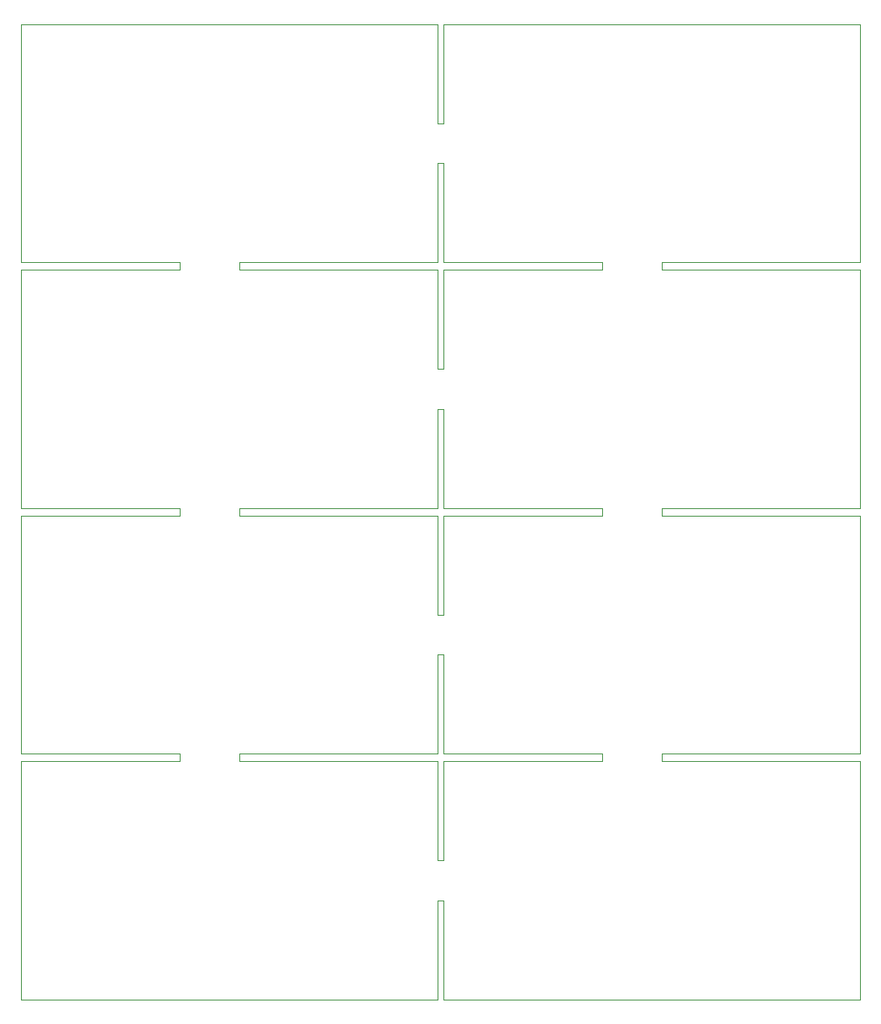
<source format=gbr>
G04 #@! TF.GenerationSoftware,KiCad,Pcbnew,(5.1.4)-1*
G04 #@! TF.CreationDate,2021-02-09T18:46:43+01:00*
G04 #@! TF.ProjectId,plant_water_level,706c616e-745f-4776-9174-65725f6c6576,rev?*
G04 #@! TF.SameCoordinates,Original*
G04 #@! TF.FileFunction,Profile,NP*
%FSLAX46Y46*%
G04 Gerber Fmt 4.6, Leading zero omitted, Abs format (unit mm)*
G04 Created by KiCad (PCBNEW (5.1.4)-1) date 2021-02-09 18:46:43*
%MOMM*%
%LPD*%
G04 APERTURE LIST*
%ADD10C,0.050000*%
G04 APERTURE END LIST*
D10*
X64545000Y49530000D02*
X64545000Y48765000D01*
X64545000Y48765000D02*
X84545000Y48765000D01*
X64545000Y49530000D02*
X84545000Y49530000D01*
X58545000Y49530000D02*
X58545000Y48765000D01*
X22000000Y49530000D02*
X22000000Y48765000D01*
X16000000Y49530000D02*
X16000000Y48765000D01*
X22000000Y48765000D02*
X42000000Y48765000D01*
X22000000Y49530000D02*
X42000000Y49530000D01*
X42000000Y88295000D02*
X42000000Y98295000D01*
X42000000Y88295000D02*
X42545000Y88295000D01*
X42545000Y88295000D02*
X42545000Y98295000D01*
X42000000Y84295000D02*
X42545000Y84295000D01*
X64545000Y74295000D02*
X84545000Y74295000D01*
X64545000Y73530000D02*
X84545000Y73530000D01*
X58545000Y74295000D02*
X58545000Y73530000D01*
X64545000Y74295000D02*
X64545000Y73530000D01*
X42545000Y63530000D02*
X42545000Y73530000D01*
X0Y74295000D02*
X0Y98295000D01*
X42545000Y74295000D02*
X42545000Y84295000D01*
X0Y98295000D02*
X42000000Y98295000D01*
X84545000Y49530000D02*
X84545000Y73530000D01*
X42000000Y74295000D02*
X42000000Y84295000D01*
X84545000Y74295000D02*
X84545000Y98295000D01*
X42545000Y98295000D02*
X84545000Y98295000D01*
X0Y74295000D02*
X16000000Y74295000D01*
X42545000Y73530000D02*
X58545000Y73530000D01*
X42545000Y49530000D02*
X58545000Y49530000D01*
X42545000Y74295000D02*
X58545000Y74295000D01*
X22000000Y73530000D02*
X42000000Y73530000D01*
X42000000Y59530000D02*
X42545000Y59530000D01*
X22000000Y74295000D02*
X22000000Y73530000D01*
X42545000Y49530000D02*
X42545000Y59530000D01*
X42000000Y63530000D02*
X42000000Y73530000D01*
X16000000Y74295000D02*
X16000000Y73530000D01*
X42000000Y63530000D02*
X42545000Y63530000D01*
X22000000Y74295000D02*
X42000000Y74295000D01*
X0Y73530000D02*
X16000000Y73530000D01*
X42000000Y49530000D02*
X42000000Y59530000D01*
X0Y49530000D02*
X16000000Y49530000D01*
X0Y49530000D02*
X0Y73530000D01*
X42000000Y34765000D02*
X42545000Y34765000D01*
X42000000Y38765000D02*
X42545000Y38765000D01*
X42545000Y38765000D02*
X42545000Y48765000D01*
X42000000Y38765000D02*
X42000000Y48765000D01*
X64545000Y24765000D02*
X64545000Y24000000D01*
X58545000Y24765000D02*
X58545000Y24000000D01*
X64545000Y24765000D02*
X84545000Y24765000D01*
X64545000Y24000000D02*
X84545000Y24000000D01*
X22000000Y24765000D02*
X22000000Y24000000D01*
X16000000Y24765000D02*
X16000000Y24000000D01*
X22000000Y24765000D02*
X42000000Y24765000D01*
X22000000Y24000000D02*
X42000000Y24000000D01*
X42000000Y14000000D02*
X42545000Y14000000D01*
X42000000Y10000000D02*
X42545000Y10000000D01*
X42545000Y0D02*
X42545000Y10000000D01*
X42000000Y14000000D02*
X42000000Y24000000D01*
X42545000Y24765000D02*
X42545000Y34765000D01*
X84545000Y24765000D02*
X84545000Y48765000D01*
X42545000Y48765000D02*
X58545000Y48765000D01*
X42545000Y24765000D02*
X58545000Y24765000D01*
X0Y48765000D02*
X16000000Y48765000D01*
X42000000Y24765000D02*
X42000000Y34765000D01*
X0Y24765000D02*
X16000000Y24765000D01*
X0Y24765000D02*
X0Y48765000D01*
X42545000Y24000000D02*
X58545000Y24000000D01*
X84545000Y0D02*
X84545000Y24000000D01*
X42545000Y0D02*
X84545000Y0D01*
X42545000Y14000000D02*
X42545000Y24000000D01*
X42000000Y0D02*
X42000000Y10000000D01*
X0Y24000000D02*
X16000000Y24000000D01*
X0Y0D02*
X0Y24000000D01*
X0Y0D02*
X42000000Y0D01*
M02*

</source>
